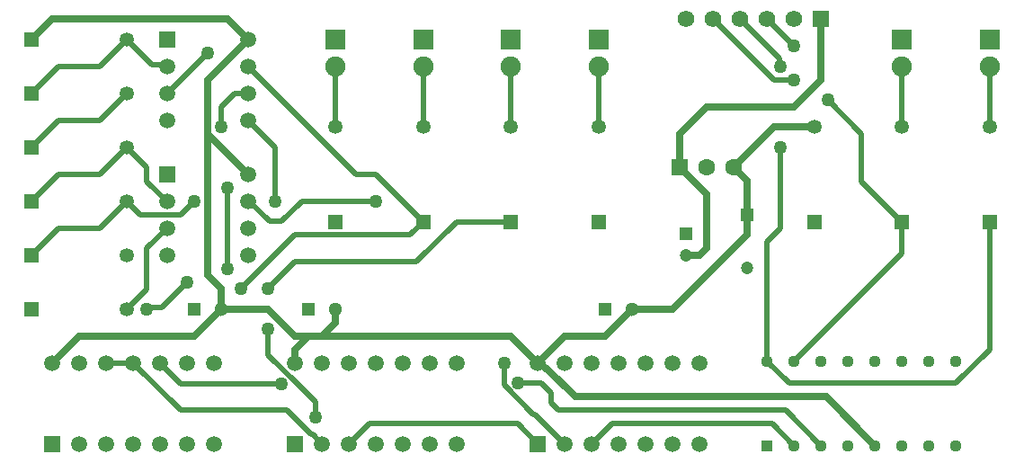
<source format=gtl>
G04*
G04 #@! TF.GenerationSoftware,Altium Limited,Altium Designer,24.2.2 (26)*
G04*
G04 Layer_Physical_Order=1*
G04 Layer_Color=255*
%FSLAX44Y44*%
%MOMM*%
G71*
G04*
G04 #@! TF.SameCoordinates,B633CA84-50E2-4AB7-B583-E53219F5B88E*
G04*
G04*
G04 #@! TF.FilePolarity,Positive*
G04*
G01*
G75*
%ADD20R,1.5700X1.5700*%
%ADD21C,1.5700*%
%ADD22R,1.2000X1.2000*%
%ADD23C,1.2000*%
%ADD30R,1.9000X1.9000*%
%ADD31C,1.9000*%
%ADD35C,0.5080*%
%ADD36C,0.6350*%
%ADD37C,1.3500*%
%ADD38R,1.3500X1.3500*%
%ADD39C,1.1300*%
%ADD40R,1.1300X1.1300*%
%ADD41R,1.6000X1.6000*%
%ADD42C,1.6000*%
%ADD43C,1.3000*%
%ADD44R,1.3000X1.3000*%
%ADD45R,1.5000X1.5000*%
%ADD46C,1.5000*%
%ADD47R,1.5000X1.5000*%
%ADD48R,1.3500X1.3500*%
%ADD49C,1.2700*%
D20*
X1174750Y1231900D02*
D03*
D21*
X1149350D02*
D03*
X1123950D02*
D03*
X1098550D02*
D03*
X1073150D02*
D03*
X1047750D02*
D03*
D22*
X1104900Y1047350D02*
D03*
X1047750Y1029650D02*
D03*
D23*
X1104900Y997350D02*
D03*
X1047750Y1009650D02*
D03*
D30*
X1333500Y1212850D02*
D03*
X1250950D02*
D03*
X965200D02*
D03*
X882650D02*
D03*
X800100D02*
D03*
X717550D02*
D03*
D31*
X1333500Y1187450D02*
D03*
X1250950D02*
D03*
X965200D02*
D03*
X882650D02*
D03*
X800100D02*
D03*
X717550D02*
D03*
D35*
X609600Y1130300D02*
Y1149350D01*
X622300Y1162050D01*
X660400Y1060450D02*
Y1111250D01*
X635000Y1136650D02*
X660400Y1111250D01*
X698489Y857261D02*
X698500Y857250D01*
X698489Y857261D02*
Y871220D01*
X680709Y889000D02*
X698489Y871220D01*
X694292Y840740D02*
X695960D01*
X704850Y831850D01*
X671432Y863600D02*
X694292Y840740D01*
X704850Y831850D02*
X704850D01*
X571500Y863600D02*
X671432D01*
X680709Y889000D02*
X680709D01*
X654050Y915659D02*
X680709Y889000D01*
X571705Y888795D02*
X666545D01*
X654050Y915659D02*
Y939800D01*
X552450Y908050D02*
X571705Y888795D01*
X876300Y887332D02*
Y908050D01*
X903691Y859941D02*
X905359D01*
X889000Y889000D02*
X911354D01*
X920124Y880230D01*
X905359Y859941D02*
X933450Y831850D01*
X876300Y887332D02*
X903691Y859941D01*
X920124Y870576D02*
Y880230D01*
Y870576D02*
X927100Y863600D01*
X628650Y977900D02*
X679450Y1028700D01*
X1098550Y1231900D02*
X1135192Y1195258D01*
Y1188908D02*
X1136650Y1187450D01*
X1135192Y1188908D02*
Y1195258D01*
X1130300Y1174750D02*
X1149350D01*
X1073150Y1231900D02*
X1130300Y1174750D01*
X622300Y1162050D02*
X635000D01*
X1123950Y1022350D02*
X1136650Y1035050D01*
X1123950Y909650D02*
Y1022350D01*
X1136650Y1035050D02*
Y1111250D01*
X1123950Y1231900D02*
X1149350Y1206500D01*
X1123950Y909650D02*
X1144600Y889000D01*
X1301750D01*
X1333500Y920750D01*
X1128700Y850900D02*
X1149350Y830250D01*
X977900Y850900D02*
X1128700D01*
X958850Y831850D02*
X977900Y850900D01*
X1141400Y863600D02*
X1174750Y830250D01*
X927100Y863600D02*
X1141400D01*
X730250Y831850D02*
X749300Y850900D01*
X889000D02*
X908050Y831850D01*
X749300Y850900D02*
X889000D01*
X685800Y1060450D02*
X755214D01*
X655113Y1041400D02*
X666750D01*
X685800Y1060450D01*
X636063D02*
X655113Y1041400D01*
X793750Y1003300D02*
X831300Y1040850D01*
X654050Y977900D02*
X679450Y1003300D01*
X793750D01*
X553720Y960120D02*
X577850Y984250D01*
X541020Y960120D02*
X553720D01*
X539750Y958850D02*
X541020Y960120D01*
X527050Y908050D02*
X571500Y863600D01*
X544752Y1189348D02*
X556902D01*
X521250Y1212850D02*
X544752Y1189348D01*
X556902D02*
X558800Y1187450D01*
X831300Y1040850D02*
X882650D01*
X679450Y1028700D02*
X787950D01*
X800100Y1040850D01*
X635000Y1060450D02*
X636063D01*
X615950Y996950D02*
Y1073150D01*
X533950Y1047750D02*
X571500D01*
X521250Y1060450D02*
X533950Y1047750D01*
X571500D02*
X584200Y1060450D01*
X501650Y908050D02*
X527050D01*
X558800Y1162050D02*
X596900Y1200150D01*
X1181100Y1155700D02*
X1212850Y1123950D01*
Y1078950D02*
Y1123950D01*
Y1078950D02*
X1250950Y1040850D01*
X755100Y1085850D02*
X800100Y1040850D01*
X736600Y1085850D02*
X755100D01*
X635000Y1187450D02*
X736600Y1085850D01*
X1333500Y1130850D02*
Y1187450D01*
X1250950Y1130850D02*
Y1187450D01*
X1333500Y920750D02*
Y1040850D01*
X1149350Y909650D02*
X1250950Y1011250D01*
Y1040850D01*
X539882Y1016132D02*
X558800Y1035050D01*
X521250Y958850D02*
X539882Y977482D01*
Y1016132D01*
Y1079369D02*
X558800Y1060450D01*
X521250Y1111250D02*
X539882Y1092618D01*
Y1079369D02*
Y1092618D01*
X965200Y1130850D02*
Y1187450D01*
X882650Y1130850D02*
Y1187450D01*
X800100Y1130850D02*
Y1187450D01*
X717550Y1130850D02*
Y1187450D01*
X431250Y1009650D02*
X456650Y1035050D01*
X495850D01*
X521250Y1060450D01*
X431250D02*
X456650Y1085850D01*
X495850D02*
X521250Y1111250D01*
X456650Y1085850D02*
X495850D01*
X431250Y1111250D02*
X456650Y1136650D01*
X495850D01*
X521250Y1162050D01*
X431250D02*
X456650Y1187450D01*
X495850D02*
X521250Y1212850D01*
X456650Y1187450D02*
X495850D01*
D36*
X596900Y1123950D02*
X635000Y1085850D01*
X596900Y990600D02*
Y1123950D01*
Y1174750D02*
X635000Y1212850D01*
X596900Y1123950D02*
Y1174750D01*
X943178Y876300D02*
X1179500D01*
X910391Y908050D02*
X915442Y902999D01*
X916479D01*
X943178Y876300D01*
X908050Y908050D02*
X910391D01*
X615950Y1231900D02*
X635000Y1212850D01*
X431250D02*
X450300Y1231900D01*
X615950D01*
X1066800Y1016000D02*
Y1066800D01*
X1060450Y1009650D02*
X1066800Y1016000D01*
X1041400Y1092200D02*
X1066800Y1066800D01*
X1047750Y1009650D02*
X1060450D01*
X1130850Y1130850D02*
X1168400D01*
X1092200Y1092200D02*
X1130850Y1130850D01*
X1149350Y1149350D02*
X1174750Y1174750D01*
X1066800Y1149350D02*
X1149350D01*
X1174750Y1174750D02*
Y1231900D01*
X1179500Y876300D02*
X1225550Y830250D01*
X476250Y933450D02*
X584200D01*
X450850Y908050D02*
X476250Y933450D01*
X933641Y933641D02*
X971741D01*
X908050Y908050D02*
X933641Y933641D01*
X679450Y908050D02*
Y920750D01*
X692150Y933450D01*
X654050Y958850D02*
X679450Y933450D01*
X692150D01*
X609600Y958850D02*
X654050D01*
X704850Y933450D02*
X882650D01*
X908050Y908050D01*
X704850Y933450D02*
X717550Y946150D01*
X609600Y958850D02*
Y977900D01*
X596900Y990600D02*
X609600Y977900D01*
X971741Y933641D02*
X996950Y958850D01*
X1104900Y1028700D02*
Y1047350D01*
X996950Y958850D02*
X1035050D01*
X1104900Y1028700D01*
X584200Y933450D02*
X609600Y958850D01*
X692150Y933450D02*
X704850D01*
X717550Y946150D02*
Y958850D01*
X1092200Y1092200D02*
X1104900Y1079500D01*
Y1047350D02*
Y1079500D01*
X1041400Y1123950D02*
X1066800Y1149350D01*
X1041400Y1092200D02*
Y1123950D01*
D37*
X717550Y1130850D02*
D03*
X1168400D02*
D03*
X965200D02*
D03*
X1333500D02*
D03*
X1250950D02*
D03*
X882650D02*
D03*
X800100D02*
D03*
X521250Y958850D02*
D03*
Y1009650D02*
D03*
Y1060450D02*
D03*
Y1111250D02*
D03*
Y1162050D02*
D03*
Y1212850D02*
D03*
D38*
X717550Y1040850D02*
D03*
X1168400D02*
D03*
X965200D02*
D03*
X1333500D02*
D03*
X1250950D02*
D03*
X882650D02*
D03*
X800100D02*
D03*
D39*
X1123950Y909650D02*
D03*
X1149350D02*
D03*
X1174750D02*
D03*
X1200150D02*
D03*
X1225550D02*
D03*
X1250950D02*
D03*
X1276350D02*
D03*
X1301750D02*
D03*
Y830250D02*
D03*
X1276350D02*
D03*
X1250950D02*
D03*
X1225550D02*
D03*
X1200150D02*
D03*
X1174750D02*
D03*
X1149350D02*
D03*
D40*
X1123950D02*
D03*
D41*
X1041400Y1092200D02*
D03*
D42*
X1066800D02*
D03*
X1092200D02*
D03*
D43*
X996950Y958850D02*
D03*
X717550D02*
D03*
X609600D02*
D03*
D44*
X971550D02*
D03*
X692150D02*
D03*
X584200D02*
D03*
D45*
X908050Y831850D02*
D03*
X679450D02*
D03*
X450850D02*
D03*
D46*
X933450D02*
D03*
X958850D02*
D03*
X984250D02*
D03*
X1009650D02*
D03*
X1035050D02*
D03*
X1060450D02*
D03*
X908050Y908050D02*
D03*
X933450D02*
D03*
X958850D02*
D03*
X984250D02*
D03*
X1009650D02*
D03*
X1035050D02*
D03*
X1060450D02*
D03*
X704850Y831850D02*
D03*
X730250D02*
D03*
X755650D02*
D03*
X781050D02*
D03*
X806450D02*
D03*
X831850D02*
D03*
X679450Y908050D02*
D03*
X704850D02*
D03*
X730250D02*
D03*
X755650D02*
D03*
X781050D02*
D03*
X806450D02*
D03*
X831850D02*
D03*
X476250Y831850D02*
D03*
X501650D02*
D03*
X527050D02*
D03*
X552450D02*
D03*
X577850D02*
D03*
X603250D02*
D03*
X450850Y908050D02*
D03*
X476250D02*
D03*
X501650D02*
D03*
X527050D02*
D03*
X552450D02*
D03*
X577850D02*
D03*
X603250D02*
D03*
X635000Y1009650D02*
D03*
Y1035050D02*
D03*
Y1060450D02*
D03*
Y1085850D02*
D03*
X558800Y1009650D02*
D03*
Y1035050D02*
D03*
Y1060450D02*
D03*
X635000Y1136650D02*
D03*
Y1162050D02*
D03*
Y1187450D02*
D03*
Y1212850D02*
D03*
X558800Y1136650D02*
D03*
Y1162050D02*
D03*
Y1187450D02*
D03*
D47*
Y1085850D02*
D03*
Y1212850D02*
D03*
D48*
X431250Y958850D02*
D03*
Y1009650D02*
D03*
Y1060450D02*
D03*
Y1111250D02*
D03*
Y1162050D02*
D03*
Y1212850D02*
D03*
D49*
X609600Y1130300D02*
D03*
X698500Y857250D02*
D03*
X666545Y888795D02*
D03*
X889000Y889000D02*
D03*
X628650Y977900D02*
D03*
X1136650Y1187450D02*
D03*
X1149350Y1174750D02*
D03*
X1136650Y1111250D02*
D03*
X1149350Y1206500D02*
D03*
X654050Y977900D02*
D03*
X755650Y1060450D02*
D03*
X660400D02*
D03*
X654050Y939800D02*
D03*
X615950Y996950D02*
D03*
Y1073150D02*
D03*
X584200Y1060450D02*
D03*
X539750Y958850D02*
D03*
X577850Y984250D02*
D03*
X596900Y1200150D02*
D03*
X876300Y908050D02*
D03*
X1181100Y1155700D02*
D03*
M02*

</source>
